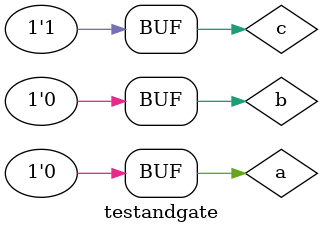
<source format=v>


module andgate (output s, input p, input q, input r);
	 wire temp1, temp2;
	 
	 and AND1 (temp1, p, q);
	 and AND2 (temp2, q, r);
	 and AND3 (s, temp1, temp2);
	
endmodule // andgate

// -------------------------
// -- test andgate
// -------------------------
module testandgate;
// ------------------------- dados locais
	reg a, b, c; // definir registrador
				// (variavel independente)
	wire s; // definir conexao (fio)
				// (variavel dependente )
// ------------------------- instancia
	andgate AND1 (s, a, b, c);
// ------------------------- preparacao
	initial begin:start
					// atribuicao simultanea
					// dos valores iniciais
	 a=0; b=0; c=0;
	end
// ------------------------- parte principal
 initial begin:main
		// execucao unitaria
	$display("Exercicio 09 - Victor Raphael Machado de Amorim - 420147");
	$display("Test AND gate:");
	$display("\na + b + c = s\n");
	$monitor("%b AND %b AND %b = %b", a, b, c, s);

 #1 a=1;
 #1 b=1;
 #1 c=1;
 #1 a=0;
 #1 b=0;
 
 end
 
endmodule // testandgate
</source>
